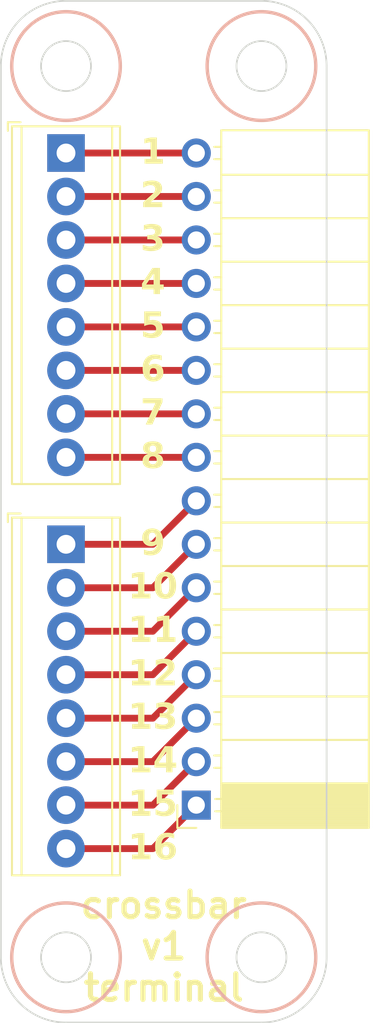
<source format=kicad_pcb>
(kicad_pcb (version 20221018) (generator pcbnew)
  (layers (0 "F.Cu" signal) (31 "B.Cu" signal) (34 "B.Paste" user) (35 "F.Paste" user) (36 "B.SilkS" user "B.Silkscreen") (37 "F.SilkS" user "F.Silkscreen") (38 "B.Mask" user) (39 "F.Mask" user) (44 "Edge.Cuts" user))
  (net 0 "")
  (net 1 "Net-(J1-Pin_1)")
  (net 2 "Net-(J2-Pin_9)")
  (net 3 "Net-(J2-Pin_10)")
  (net 4 "Net-(J2-Pin_11)")
  (net 5 "Net-(J2-Pin_12)")
  (net 6 "Net-(J2-Pin_13)")
  (net 7 "Net-(J2-Pin_14)")
  (net 8 "Net-(J2-Pin_15)")
  (net 9 "Net-(J1-Pin_2)")
  (net 10 "Net-(J1-Pin_3)")
  (net 11 "Net-(J1-Pin_4)")
  (net 12 "Net-(J1-Pin_5)")
  (net 13 "Net-(J1-Pin_6)")
  (net 14 "Net-(J1-Pin_7)")
  (net 15 "Net-(J1-Pin_8)")
  (net 16 "Net-(J2-Pin_16)")
  (footprint "Connector_PinSocket_2.54mm:PinSocket_1x16_P2.54mm_Horizontal" (layer "F.Cu") (at 187.96 118.11 180)
    (fp_text reference "J2" hide)
    (fp_text value "Conn_01x16_Socket" hide)
    (fp_line (start -10.09 -1.33) (end -10.09 39.43) (stroke (width 0.12)) (layer "F.SilkS"))
    (fp_line (start -10.09 -1.33) (end -1.46 -1.33) (stroke (width 0.12)) (layer "F.SilkS"))
    (fp_line (start -10.09 -1.21) (end -1.46 -1.21) (stroke (width 0.12)) (layer "F.SilkS"))
    (fp_line (start -10.09 -1.091905) (end -1.46 -1.091905) (stroke (width 0.12)) (layer "F.SilkS"))
    (fp_line (start -10.09 -0.97381) (end -1.46 -0.97381) (stroke (width 0.12)) (layer "F.SilkS"))
    (fp_line (start -10.09 -0.855715) (end -1.46 -0.855715) (stroke (width 0.12)) (layer "F.SilkS"))
    (fp_line (start -10.09 -0.73762) (end -1.46 -0.73762) (stroke (width 0.12)) (layer "F.SilkS"))
    (fp_line (start -10.09 -0.619525) (end -1.46 -0.619525) (stroke (width 0.12)) (layer "F.SilkS"))
    (fp_line (start -10.09 -0.50143) (end -1.46 -0.50143) (stroke (width 0.12)) (layer "F.SilkS"))
    (fp_line (start -10.09 -0.383335) (end -1.46 -0.383335) (stroke (width 0.12)) (layer "F.SilkS"))
    (fp_line (start -10.09 -0.26524) (end -1.46 -0.26524) (stroke (width 0.12)) (layer "F.SilkS"))
    (fp_line (start -10.09 -0.147145) (end -1.46 -0.147145) (stroke (width 0.12)) (layer "F.SilkS"))
    (fp_line (start -10.09 -0.02905) (end -1.46 -0.02905) (stroke (width 0.12)) (layer "F.SilkS"))
    (fp_line (start -10.09 0.089045) (end -1.46 0.089045) (stroke (width 0.12)) (layer "F.SilkS"))
    (fp_line (start -10.09 0.20714) (end -1.46 0.20714) (stroke (width 0.12)) (layer "F.SilkS"))
    (fp_line (start -10.09 0.325235) (end -1.46 0.325235) (stroke (width 0.12)) (layer "F.SilkS"))
    (fp_line (start -10.09 0.44333) (end -1.46 0.44333) (stroke (width 0.12)) (layer "F.SilkS"))
    (fp_line (start -10.09 0.561425) (end -1.46 0.561425) (stroke (width 0.12)) (layer "F.SilkS"))
    (fp_line (start -10.09 0.67952) (end -1.46 0.67952) (stroke (width 0.12)) (layer "F.SilkS"))
    (fp_line (start -10.09 0.797615) (end -1.46 0.797615) (stroke (width 0.12)) (layer "F.SilkS"))
    (fp_line (start -10.09 0.91571) (end -1.46 0.91571) (stroke (width 0.12)) (layer "F.SilkS"))
    (fp_line (start -10.09 1.033805) (end -1.46 1.033805) (stroke (width 0.12)) (layer "F.SilkS"))
    (fp_line (start -10.09 1.1519) (end -1.46 1.1519) (stroke (width 0.12)) (layer "F.SilkS"))
    (fp_line (start -10.09 1.27) (end -1.46 1.27) (stroke (width 0.12)) (layer "F.SilkS"))
    (fp_line (start -10.09 3.81) (end -1.46 3.81) (stroke (width 0.12)) (layer "F.SilkS"))
    (fp_line (start -10.09 6.35) (end -1.46 6.35) (stroke (width 0.12)) (layer "F.SilkS"))
    (fp_line (start -10.09 8.89) (end -1.46 8.89) (stroke (width 0.12)) (layer "F.SilkS"))
    (fp_line (start -10.09 11.43) (end -1.46 11.43) (stroke (width 0.12)) (layer "F.SilkS"))
    (fp_line (start -10.09 13.97) (end -1.46 13.97) (stroke (width 0.12)) (layer "F.SilkS"))
    (fp_line (start -10.09 16.51) (end -1.46 16.51) (stroke (width 0.12)) (layer "F.SilkS"))
    (fp_line (start -10.09 19.05) (end -1.46 19.05) (stroke (width 0.12)) (layer "F.SilkS"))
    (fp_line (start -10.09 21.59) (end -1.46 21.59) (stroke (width 0.12)) (layer "F.SilkS"))
    (fp_line (start -10.09 24.13) (end -1.46 24.13) (stroke (width 0.12)) (layer "F.SilkS"))
    (fp_line (start -10.09 26.67) (end -1.46 26.67) (stroke (width 0.12)) (layer "F.SilkS"))
    (fp_line (start -10.09 29.21) (end -1.46 29.21) (stroke (width 0.12)) (layer "F.SilkS"))
    (fp_line (start -10.09 31.75) (end -1.46 31.75) (stroke (width 0.12)) (layer "F.SilkS"))
    (fp_line (start -10.09 34.29) (end -1.46 34.29) (stroke (width 0.12)) (layer "F.SilkS"))
    (fp_line (start -10.09 36.83) (end -1.46 36.83) (stroke (width 0.12)) (layer "F.SilkS"))
    (fp_line (start -10.09 39.43) (end -1.46 39.43) (stroke (width 0.12)) (layer "F.SilkS"))
    (fp_line (start -1.46 -1.33) (end -1.46 39.43) (stroke (width 0.12)) (layer "F.SilkS"))
    (fp_line (start -1.46 -0.36) (end -1.11 -0.36) (stroke (width 0.12)) (layer "F.SilkS"))
    (fp_line (start -1.46 0.36) (end -1.11 0.36) (stroke (width 0.12)) (layer "F.SilkS"))
    (fp_line (start -1.46 2.18) (end -1.05 2.18) (stroke (width 0.12)) (layer "F.SilkS"))
    (fp_line (start -1.46 2.9) (end -1.05 2.9) (stroke (width 0.12)) (layer "F.SilkS"))
    (fp_line (start -1.46 4.72) (end -1.05 4.72) (stroke (width 0.12)) (layer "F.SilkS"))
    (fp_line (start -1.46 5.44) (end -1.05 5.44) (stroke (width 0.12)) (layer "F.SilkS"))
    (fp_line (start -1.46 7.26) (end -1.05 7.26) (stroke (width 0.12)) (layer "F.SilkS"))
    (fp_line (start -1.46 7.98) (end -1.05 7.98) (stroke (width 0.12)) (layer "F.SilkS"))
    (fp_line (start -1.46 9.8) (end -1.05 9.8) (stroke (width 0.12)) (layer "F.SilkS"))
    (fp_line (start -1.46 10.52) (end -1.05 10.52) (stroke (width 0.12)) (layer "F.SilkS"))
    (fp_line (start -1.46 12.34) (end -1.05 12.34) (stroke (width 0.12)) (layer "F.SilkS"))
    (fp_line (start -1.46 13.06) (end -1.05 13.06) (stroke (width 0.12)) (layer "F.SilkS"))
    (fp_line (start -1.46 14.88) (end -1.05 14.88) (stroke (width 0.12)) (layer "F.SilkS"))
    (fp_line (start -1.46 15.6) (end -1.05 15.6) (stroke (width 0.12)) (layer "F.SilkS"))
    (fp_line (start -1.46 17.42) (end -1.05 17.42) (stroke (width 0.12)) (layer "F.SilkS"))
    (fp_line (start -1.46 18.14) (end -1.05 18.14) (stroke (width 0.12)) (layer "F.SilkS"))
    (fp_line (start -1.46 19.96) (end -1.05 19.96) (stroke (width 0.12)) (layer "F.SilkS"))
    (fp_line (start -1.46 20.68) (end -1.05 20.68) (stroke (width 0.12)) (layer "F.SilkS"))
    (fp_line (start -1.46 22.5) (end -1.05 22.5) (stroke (width 0.12)) (layer "F.SilkS"))
    (fp_line (start -1.46 23.22) (end -1.05 23.22) (stroke (width 0.12)) (layer "F.SilkS"))
    (fp_line (start -1.46 25.04) (end -1.05 25.04) (stroke (width 0.12)) (layer "F.SilkS"))
    (fp_line (start -1.46 25.76) (end -1.05 25.76) (stroke (width 0.12)) (layer "F.SilkS"))
    (fp_line (start -1.46 27.58) (end -1.05 27.58) (stroke (width 0.12)) (layer "F.SilkS"))
    (fp_line (start -1.46 28.3) (end -1.05 28.3) (stroke (width 0.12)) (layer "F.SilkS"))
    (fp_line (start -1.46 30.12) (end -1.05 30.12) (stroke (width 0.12)) (layer "F.SilkS"))
    (fp_line (start -1.46 30.84) (end -1.05 30.84) (stroke (width 0.12)) (layer "F.SilkS"))
    (fp_line (start -1.46 32.66) (end -1.05 32.66) (stroke (width 0.12)) (layer "F.SilkS"))
    (fp_line (start -1.46 33.38) (end -1.05 33.38) (stroke (width 0.12)) (layer "F.SilkS"))
    (fp_line (start -1.46 35.2) (end -1.05 35.2) (stroke (width 0.12)) (layer "F.SilkS"))
    (fp_line (start -1.46 35.92) (end -1.05 35.92) (stroke (width 0.12)) (layer "F.SilkS"))
    (fp_line (start -1.46 37.74) (end -1.05 37.74) (stroke (width 0.12)) (layer "F.SilkS"))
    (fp_line (start -1.46 38.46) (end -1.05 38.46) (stroke (width 0.12)) (layer "F.SilkS"))
    (fp_line (start 0 -1.33) (end 1.11 -1.33) (stroke (width 0.12)) (layer "F.SilkS"))
    (fp_line (start 1.11 -1.33) (end 1.11 0) (stroke (width 0.12)) (layer "F.SilkS"))
    (pad "1" thru_hole rect (at 0 0 180) (size 1.7 1.7) (drill 1) (layers "*.Cu" "*.Mask") (net 15 "Net-(J1-Pin_8)"))
    (pad "2" thru_hole oval (at 0 2.54 180) (size 1.7 1.7) (drill 1) (layers "*.Cu" "*.Mask") (net 14 "Net-(J1-Pin_7)"))
    (pad "3" thru_hole oval (at 0 5.08 180) (size 1.7 1.7) (drill 1) (layers "*.Cu" "*.Mask") (net 13 "Net-(J1-Pin_6)"))
    (pad "4" thru_hole oval (at 0 7.62 180) (size 1.7 1.7) (drill 1) (layers "*.Cu" "*.Mask") (net 12 "Net-(J1-Pin_5)"))
    (pad "5" thru_hole oval (at 0 10.16 180) (size 1.7 1.7) (drill 1) (layers "*.Cu" "*.Mask") (net 11 "Net-(J1-Pin_4)"))
    (pad "6" thru_hole oval (at 0 12.7 180) (size 1.7 1.7) (drill 1) (layers "*.Cu" "*.Mask") (net 10 "Net-(J1-Pin_3)"))
    (pad "7" thru_hole oval (at 0 15.24 180) (size 1.7 1.7) (drill 1) (layers "*.Cu" "*.Mask") (net 9 "Net-(J1-Pin_2)"))
    (pad "8" thru_hole oval (at 0 17.78 180) (size 1.7 1.7) (drill 1) (layers "*.Cu" "*.Mask") (net 1 "Net-(J1-Pin_1)"))
    (pad "9" thru_hole oval (at 0 20.32 180) (size 1.7 1.7) (drill 1) (layers "*.Cu" "*.Mask") (net 2 "Net-(J2-Pin_9)"))
    (pad "10" thru_hole oval (at 0 22.86 180) (size 1.7 1.7) (drill 1) (layers "*.Cu" "*.Mask") (net 3 "Net-(J2-Pin_10)"))
    (pad "11" thru_hole oval (at 0 25.4 180) (size 1.7 1.7) (drill 1) (layers "*.Cu" "*.Mask") (net 4 "Net-(J2-Pin_11)"))
    (pad "12" thru_hole oval (at 0 27.94 180) (size 1.7 1.7) (drill 1) (layers "*.Cu" "*.Mask") (net 5 "Net-(J2-Pin_12)"))
    (pad "13" thru_hole oval (at 0 30.48 180) (size 1.7 1.7) (drill 1) (layers "*.Cu" "*.Mask") (net 6 "Net-(J2-Pin_13)"))
    (pad "14" thru_hole oval (at 0 33.02 180) (size 1.7 1.7) (drill 1) (layers "*.Cu" "*.Mask") (net 7 "Net-(J2-Pin_14)"))
    (pad "15" thru_hole oval (at 0 35.56 180) (size 1.7 1.7) (drill 1) (layers "*.Cu" "*.Mask") (net 8 "Net-(J2-Pin_15)"))
    (pad "16" thru_hole oval (at 0 38.1 180) (size 1.7 1.7) (drill 1) (layers "*.Cu" "*.Mask") (net 16 "Net-(J2-Pin_16)"))
  )
  (footprint "TerminalBlock_Phoenix:TerminalBlock_Phoenix_MPT-0,5-8-2.54_1x08_P2.54mm_Horizontal" (layer "F.Cu") (at 180.34 102.87 -90)
    (fp_text reference "J1" hide)
    (fp_text value "Screw_Terminal_01x08")
    (fp_line (start -1.8 2.66) (end -1.8 3.4) (stroke (width 0.12)) (layer "F.SilkS"))
    (fp_line (start -1.8 3.4) (end -1.3 3.4) (stroke (width 0.12)) (layer "F.SilkS"))
    (fp_line (start -1.56 -3.16) (end -1.56 3.16) (stroke (width 0.12)) (layer "F.SilkS"))
    (fp_line (start -1.56 -3.16) (end 19.341 -3.16) (stroke (width 0.12)) (layer "F.SilkS"))
    (fp_line (start -1.56 -2.7) (end 19.341 -2.7) (stroke (width 0.12)) (layer "F.SilkS"))
    (fp_line (start -1.56 2.6) (end 19.341 2.6) (stroke (width 0.12)) (layer "F.SilkS"))
    (fp_line (start -1.56 3.16) (end 19.341 3.16) (stroke (width 0.12)) (layer "F.SilkS"))
    (fp_line (start 19.341 -3.16) (end 19.341 3.16) (stroke (width 0.12)) (layer "F.SilkS"))
    (pad "1" thru_hole rect (at 0 0 270) (size 2.2 2.2) (drill 1.1) (layers "*.Cu" "*.Mask") (net 1 "Net-(J1-Pin_1)"))
    (pad "2" thru_hole circle (at 2.54 0 270) (size 2.2 2.2) (drill 1.1) (layers "*.Cu" "*.Mask") (net 9 "Net-(J1-Pin_2)"))
    (pad "3" thru_hole circle (at 5.08 0 270) (size 2.2 2.2) (drill 1.1) (layers "*.Cu" "*.Mask") (net 10 "Net-(J1-Pin_3)"))
    (pad "4" thru_hole circle (at 7.62 0 270) (size 2.2 2.2) (drill 1.1) (layers "*.Cu" "*.Mask") (net 11 "Net-(J1-Pin_4)"))
    (pad "5" thru_hole circle (at 10.16 0 270) (size 2.2 2.2) (drill 1.1) (layers "*.Cu" "*.Mask") (net 12 "Net-(J1-Pin_5)"))
    (pad "6" thru_hole circle (at 12.7 0 270) (size 2.2 2.2) (drill 1.1) (layers "*.Cu" "*.Mask") (net 13 "Net-(J1-Pin_6)"))
    (pad "7" thru_hole circle (at 15.24 0 270) (size 2.2 2.2) (drill 1.1) (layers "*.Cu" "*.Mask") (net 14 "Net-(J1-Pin_7)"))
    (pad "8" thru_hole circle (at 17.78 0 270) (size 2.2 2.2) (drill 1.1) (layers "*.Cu" "*.Mask") (net 15 "Net-(J1-Pin_8)"))
  )
  (footprint "TerminalBlock_Phoenix:TerminalBlock_Phoenix_MPT-0,5-8-2.54_1x08_P2.54mm_Horizontal" (layer "F.Cu") (at 180.34 80.01 -90)
    (fp_text reference "J3" hide)
    (fp_text value "Screw_Terminal_01x08")
    (fp_line (start -1.8 2.66) (end -1.8 3.4) (stroke (width 0.12)) (layer "F.SilkS"))
    (fp_line (start -1.8 3.4) (end -1.3 3.4) (stroke (width 0.12)) (layer "F.SilkS"))
    (fp_line (start -1.56 -3.16) (end -1.56 3.16) (stroke (width 0.12)) (layer "F.SilkS"))
    (fp_line (start -1.56 -3.16) (end 19.341 -3.16) (stroke (width 0.12)) (layer "F.SilkS"))
    (fp_line (start -1.56 -2.7) (end 19.341 -2.7) (stroke (width 0.12)) (layer "F.SilkS"))
    (fp_line (start -1.56 2.6) (end 19.341 2.6) (stroke (width 0.12)) (layer "F.SilkS"))
    (fp_line (start -1.56 3.16) (end 19.341 3.16) (stroke (width 0.12)) (layer "F.SilkS"))
    (fp_line (start 19.341 -3.16) (end 19.341 3.16) (stroke (width 0.12)) (layer "F.SilkS"))
    (pad "1" thru_hole rect (at 0 0 270) (size 2.2 2.2) (drill 1.1) (layers "*.Cu" "*.Mask") (net 16 "Net-(J2-Pin_16)"))
    (pad "2" thru_hole circle (at 2.54 0 270) (size 2.2 2.2) (drill 1.1) (layers "*.Cu" "*.Mask") (net 8 "Net-(J2-Pin_15)"))
    (pad "3" thru_hole circle (at 5.08 0 270) (size 2.2 2.2) (drill 1.1) (layers "*.Cu" "*.Mask") (net 7 "Net-(J2-Pin_14)"))
    (pad "4" thru_hole circle (at 7.62 0 270) (size 2.2 2.2) (drill 1.1) (layers "*.Cu" "*.Mask") (net 6 "Net-(J2-Pin_13)"))
    (pad "5" thru_hole circle (at 10.16 0 270) (size 2.2 2.2) (drill 1.1) (layers "*.Cu" "*.Mask") (net 5 "Net-(J2-Pin_12)"))
    (pad "6" thru_hole circle (at 12.7 0 270) (size 2.2 2.2) (drill 1.1) (layers "*.Cu" "*.Mask") (net 4 "Net-(J2-Pin_11)"))
    (pad "7" thru_hole circle (at 15.24 0 270) (size 2.2 2.2) (drill 1.1) (layers "*.Cu" "*.Mask") (net 3 "Net-(J2-Pin_10)"))
    (pad "8" thru_hole circle (at 17.78 0 270) (size 2.2 2.2) (drill 1.1) (layers "*.Cu" "*.Mask") (net 2 "Net-(J2-Pin_9)"))
  )
  (gr_circle (center 191.77 74.93) (end 194.945 74.93) (stroke (width 0.2)) (fill none) (layer "B.SilkS"))
  (gr_circle (center 180.34 127) (end 183.515 127) (stroke (width 0.2)) (fill none) (layer "B.SilkS"))
  (gr_circle (center 191.77 127) (end 194.945 127) (stroke (width 0.2)) (fill none) (layer "B.SilkS"))
  (gr_circle (center 180.34 74.93) (end 183.515 74.93) (stroke (width 0.2)) (fill none) (layer "B.SilkS"))
  (gr_arc (start 191.77 71.12) (mid 194.464077 72.235923) (end 195.58 74.93) (stroke (width 0.1)) (layer "Edge.Cuts"))
  (gr_arc (start 176.53 74.93) (mid 177.645923 72.235923) (end 180.34 71.12) (stroke (width 0.1)) (layer "Edge.Cuts"))
  (gr_circle (center 191.77 127) (end 193.2305 127) (stroke (width 0.1)) (fill none) (layer "Edge.Cuts"))
  (gr_circle (center 180.34 127) (end 181.8005 127) (stroke (width 0.1)) (fill none) (layer "Edge.Cuts"))
  (gr_line (start 195.58 74.93) (end 195.58 127) (stroke (width 0.1)) (layer "Edge.Cuts"))
  (gr_arc (start 180.34 130.81) (mid 177.645923 129.694077) (end 176.53 127) (stroke (width 0.1)) (layer "Edge.Cuts"))
  (gr_line (start 180.34 71.12) (end 191.77 71.12) (stroke (width 0.1)) (layer "Edge.Cuts"))
  (gr_circle (center 180.34 74.93) (end 181.8005 74.93) (stroke (width 0.1)) (fill none) (layer "Edge.Cuts"))
  (gr_arc (start 195.58 127) (mid 194.464077 129.694077) (end 191.77 130.81) (stroke (width 0.1)) (layer "Edge.Cuts"))
  (gr_line (start 176.53 127) (end 176.53 74.93) (stroke (width 0.1)) (layer "Edge.Cuts"))
  (gr_line (start 191.77 130.81) (end 180.34 130.81) (stroke (width 0.1)) (layer "Edge.Cuts"))
  (gr_circle (center 191.77 74.93) (end 193.2305 74.93) (stroke (width 0.1)) (fill none) (layer "Edge.Cuts"))
  (gr_text "9" (at 185.42 102.87) (layer "F.SilkS") (effects (font (size 1.5 1.5) (thickness 0.3) bold)))
  (gr_text "2" (at 185.42 82.55) (layer "F.SilkS") (effects (font (size 1.5 1.5) (thickness 0.3) bold)))
  (gr_text "3" (at 185.42 85.09) (layer "F.SilkS") (effects (font (size 1.5 1.5) (thickness 0.3) bold)))
  (gr_text "15" (at 185.42 118.11) (layer "F.SilkS") (effects (font (size 1.5 1.5) (thickness 0.3) bold)))
  (gr_text "16" (at 185.42 120.65) (layer "F.SilkS") (effects (font (size 1.5 1.5) (thickness 0.3) bold)))
  (gr_text "1" (at 185.42 80.01) (layer "F.SilkS") (effects (font (size 1.5 1.5) (thickness 0.3) bold)))
  (gr_text "5" (at 185.42 90.17) (layer "F.SilkS") (effects (font (size 1.5 1.5) (thickness 0.3) bold)))
  (gr_text "6" (at 185.42 92.71) (layer "F.SilkS") (effects (font (size 1.5 1.5) (thickness 0.3) bold)))
  (gr_text "8" (at 185.42 97.79) (layer "F.SilkS") (effects (font (size 1.5 1.5) (thickness 0.3) bold)))
  (gr_text "13" (at 185.42 113.03) (layer "F.SilkS") (effects (font (size 1.5 1.5) (thickness 0.3) bold)))
  (gr_text "10" (at 185.42 105.41) (layer "F.SilkS") (effects (font (size 1.5 1.5) (thickness 0.3) bold)))
  (gr_text "4" (at 185.42 87.63) (layer "F.SilkS") (effects (font (size 1.5 1.5) (thickness 0.3) bold)))
  (gr_text "crossbar\nv1\nterminal" (at 186.055 126.365) (layer "F.SilkS") (effects (font (size 1.5 1.5) (thickness 0.3) bold)))
  (gr_text "7" (at 185.42 95.25) (layer "F.SilkS") (effects (font (size 1.5 1.5) (thickness 0.3) bold)))
  (gr_text "11" (at 185.42 107.95) (layer "F.SilkS") (effects (font (size 1.5 1.5) (thickness 0.3) bold)))
  (gr_text "12" (at 185.42 110.49) (layer "F.SilkS") (effects (font (size 1.5 1.5) (thickness 0.3) bold)))
  (gr_text "14" (at 185.42 115.57) (layer "F.SilkS") (effects (font (size 1.5 1.5) (thickness 0.3) bold)))
  (segment (start 180.34 102.87) (end 185.42 102.87) (width 0.4) (layer "F.Cu") (net 1))
  (segment (start 185.42 102.87) (end 187.96 100.33) (width 0.4) (layer "F.Cu") (net 1))
  (segment (start 180.34 97.79) (end 187.96 97.79) (width 0.4) (layer "F.Cu") (net 2))
  (segment (start 187.96 95.25) (end 180.34 95.25) (width 0.4) (layer "F.Cu") (net 3))
  (segment (start 180.34 92.71) (end 187.96 92.71) (width 0.4) (layer "F.Cu") (net 4))
  (segment (start 187.96 90.17) (end 180.34 90.17) (width 0.4) (layer "F.Cu") (net 5))
  (segment (start 180.34 87.63) (end 187.96 87.63) (width 0.4) (layer "F.Cu") (net 6))
  (segment (start 187.96 85.09) (end 180.34 85.09) (width 0.4) (layer "F.Cu") (net 7))
  (segment (start 180.34 82.55) (end 187.96 82.55) (width 0.4) (layer "F.Cu") (net 8))
  (segment (start 185.42 105.41) (end 180.34 105.41) (width 0.4) (layer "F.Cu") (net 9))
  (segment (start 187.96 102.87) (end 185.42 105.41) (width 0.4) (layer "F.Cu") (net 9))
  (segment (start 185.42 107.95) (end 180.34 107.95) (width 0.4) (layer "F.Cu") (net 10))
  (segment (start 187.96 105.41) (end 185.42 107.95) (width 0.4) (layer "F.Cu") (net 10))
  (segment (start 187.96 107.95) (end 185.42 110.49) (width 0.4) (layer "F.Cu") (net 11))
  (segment (start 185.42 110.49) (end 180.34 110.49) (width 0.4) (layer "F.Cu") (net 11))
  (segment (start 187.96 110.49) (end 185.42 113.03) (width 0.4) (layer "F.Cu") (net 12))
  (segment (start 185.42 113.03) (end 180.34 113.03) (width 0.4) (layer "F.Cu") (net 12))
  (segment (start 187.96 113.03) (end 185.42 115.57) (width 0.4) (layer "F.Cu") (net 13))
  (segment (start 185.42 115.57) (end 180.34 115.57) (width 0.4) (layer "F.Cu") (net 13))
  (segment (start 185.42 118.11) (end 180.34 118.11) (width 0.4) (layer "F.Cu") (net 14))
  (segment (start 187.96 115.57) (end 185.42 118.11) (width 0.4) (layer "F.Cu") (net 14))
  (segment (start 185.42 120.65) (end 180.34 120.65) (width 0.4) (layer "F.Cu") (net 15))
  (segment (start 187.96 118.11) (end 185.42 120.65) (width 0.4) (layer "F.Cu") (net 15))
  (segment (start 187.96 80.01) (end 180.34 80.01) (width 0.4) (layer "F.Cu") (net 16))
)
</source>
